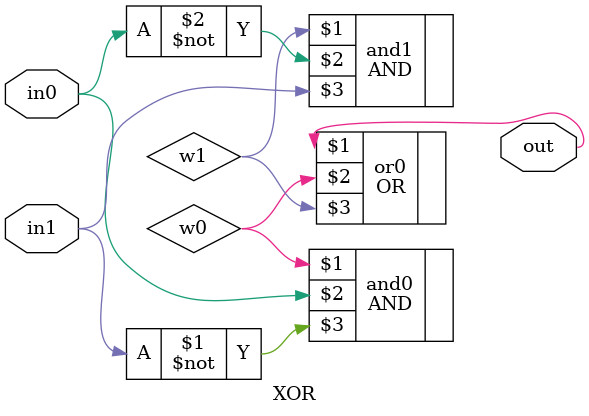
<source format=v>
module XOR(out,in0,in1);
input in0,in1;
output out;
AND and0(w0,in0,~in1);
AND and1(w1,~in0,in1);
OR or0(out,w0,w1);
endmodule

</source>
